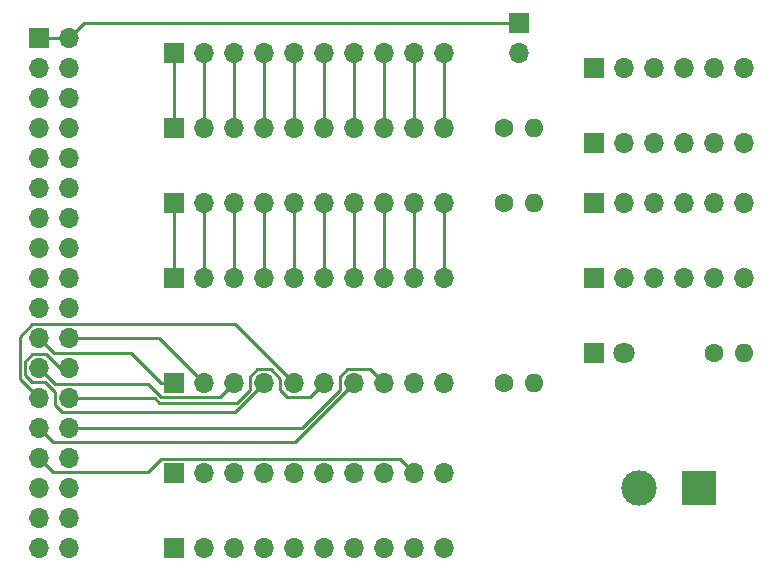
<source format=gbr>
G04 #@! TF.GenerationSoftware,KiCad,Pcbnew,(5.1.2-1)-1*
G04 #@! TF.CreationDate,2019-07-04T15:27:09+10:00*
G04 #@! TF.ProjectId,pcb_combined,7063625f-636f-46d6-9269-6e65642e6b69,rev?*
G04 #@! TF.SameCoordinates,Original*
G04 #@! TF.FileFunction,Copper,L2,Bot*
G04 #@! TF.FilePolarity,Positive*
%FSLAX46Y46*%
G04 Gerber Fmt 4.6, Leading zero omitted, Abs format (unit mm)*
G04 Created by KiCad (PCBNEW (5.1.2-1)-1) date 2019-07-04 15:27:09*
%MOMM*%
%LPD*%
G04 APERTURE LIST*
%ADD10O,1.700000X1.700000*%
%ADD11R,1.700000X1.700000*%
%ADD12O,1.600000X1.600000*%
%ADD13C,1.600000*%
%ADD14C,3.000000*%
%ADD15R,3.000000X3.000000*%
%ADD16C,1.800000*%
%ADD17R,1.800000X1.800000*%
%ADD18C,0.250000*%
G04 APERTURE END LIST*
D10*
X85090000Y-34290000D03*
D11*
X85090000Y-31750000D03*
D12*
X86360000Y-46990000D03*
D13*
X83820000Y-46990000D03*
D12*
X86360000Y-62230000D03*
D13*
X83820000Y-62230000D03*
D12*
X86360000Y-40640000D03*
D13*
X83820000Y-40640000D03*
D10*
X104140000Y-46990000D03*
X101600000Y-46990000D03*
X99060000Y-46990000D03*
X96520000Y-46990000D03*
X93980000Y-46990000D03*
D11*
X91440000Y-46990000D03*
D10*
X104140000Y-53340000D03*
X101600000Y-53340000D03*
X99060000Y-53340000D03*
X96520000Y-53340000D03*
X93980000Y-53340000D03*
D11*
X91440000Y-53340000D03*
D10*
X78740000Y-76200000D03*
X76200000Y-76200000D03*
X73660000Y-76200000D03*
X71120000Y-76200000D03*
X68580000Y-76200000D03*
X66040000Y-76200000D03*
X63500000Y-76200000D03*
X60960000Y-76200000D03*
X58420000Y-76200000D03*
D11*
X55880000Y-76200000D03*
D10*
X78740000Y-69850000D03*
X76200000Y-69850000D03*
X73660000Y-69850000D03*
X71120000Y-69850000D03*
X68580000Y-69850000D03*
X66040000Y-69850000D03*
X63500000Y-69850000D03*
X60960000Y-69850000D03*
X58420000Y-69850000D03*
D11*
X55880000Y-69850000D03*
D10*
X78740000Y-53340000D03*
X76200000Y-53340000D03*
X73660000Y-53340000D03*
X71120000Y-53340000D03*
X68580000Y-53340000D03*
X66040000Y-53340000D03*
X63500000Y-53340000D03*
X60960000Y-53340000D03*
X58420000Y-53340000D03*
D11*
X55880000Y-53340000D03*
D10*
X78740000Y-40640000D03*
X76200000Y-40640000D03*
X73660000Y-40640000D03*
X71120000Y-40640000D03*
X68580000Y-40640000D03*
X66040000Y-40640000D03*
X63500000Y-40640000D03*
X60960000Y-40640000D03*
X58420000Y-40640000D03*
D11*
X55880000Y-40640000D03*
D14*
X95250000Y-71120000D03*
D15*
X100330000Y-71120000D03*
D12*
X104140000Y-59690000D03*
D13*
X101600000Y-59690000D03*
D10*
X104140000Y-41910000D03*
X101600000Y-41910000D03*
X99060000Y-41910000D03*
X96520000Y-41910000D03*
X93980000Y-41910000D03*
D11*
X91440000Y-41910000D03*
D10*
X104140000Y-35560000D03*
X101600000Y-35560000D03*
X99060000Y-35560000D03*
X96520000Y-35560000D03*
X93980000Y-35560000D03*
D11*
X91440000Y-35560000D03*
D10*
X78740000Y-46990000D03*
X76200000Y-46990000D03*
X73660000Y-46990000D03*
X71120000Y-46990000D03*
X68580000Y-46990000D03*
X66040000Y-46990000D03*
X63500000Y-46990000D03*
X60960000Y-46990000D03*
X58420000Y-46990000D03*
D11*
X55880000Y-46990000D03*
D10*
X78740000Y-62230000D03*
X76200000Y-62230000D03*
X73660000Y-62230000D03*
X71120000Y-62230000D03*
X68580000Y-62230000D03*
X66040000Y-62230000D03*
X63500000Y-62230000D03*
X60960000Y-62230000D03*
X58420000Y-62230000D03*
D11*
X55880000Y-62230000D03*
D10*
X46990000Y-76200000D03*
X44450000Y-76200000D03*
X46990000Y-73660000D03*
X44450000Y-73660000D03*
X46990000Y-71120000D03*
X44450000Y-71120000D03*
X46990000Y-68580000D03*
X44450000Y-68580000D03*
X46990000Y-66040000D03*
X44450000Y-66040000D03*
X46990000Y-63500000D03*
X44450000Y-63500000D03*
X46990000Y-60960000D03*
X44450000Y-60960000D03*
X46990000Y-58420000D03*
X44450000Y-58420000D03*
X46990000Y-55880000D03*
X44450000Y-55880000D03*
X46990000Y-53340000D03*
X44450000Y-53340000D03*
X46990000Y-50800000D03*
X44450000Y-50800000D03*
X46990000Y-48260000D03*
X44450000Y-48260000D03*
X46990000Y-45720000D03*
X44450000Y-45720000D03*
X46990000Y-43180000D03*
X44450000Y-43180000D03*
X46990000Y-40640000D03*
X44450000Y-40640000D03*
X46990000Y-38100000D03*
X44450000Y-38100000D03*
X46990000Y-35560000D03*
X44450000Y-35560000D03*
X46990000Y-33020000D03*
D11*
X44450000Y-33020000D03*
D10*
X78740000Y-34290000D03*
X76200000Y-34290000D03*
X73660000Y-34290000D03*
X71120000Y-34290000D03*
X68580000Y-34290000D03*
X66040000Y-34290000D03*
X63500000Y-34290000D03*
X60960000Y-34290000D03*
X58420000Y-34290000D03*
D11*
X55880000Y-34290000D03*
D16*
X93980000Y-59690000D03*
D17*
X91440000Y-59690000D03*
D18*
X78740000Y-34290000D02*
X78740000Y-40640000D01*
X73660000Y-34290000D02*
X73660000Y-40640000D01*
X71120000Y-34290000D02*
X71120000Y-40640000D01*
X68580000Y-34290000D02*
X68580000Y-40640000D01*
X66040000Y-34290000D02*
X66040000Y-40640000D01*
X63500000Y-34290000D02*
X63500000Y-40640000D01*
X60960000Y-34290000D02*
X60960000Y-40640000D01*
X58420000Y-34290000D02*
X58420000Y-40640000D01*
X55880000Y-34290000D02*
X55880000Y-40640000D01*
X48260000Y-31750000D02*
X46990000Y-33020000D01*
X85090000Y-31750000D02*
X48260000Y-31750000D01*
X46990000Y-33020000D02*
X44450000Y-33020000D01*
X75350001Y-69000001D02*
X76200000Y-69850000D01*
X75024999Y-68674999D02*
X75350001Y-69000001D01*
X54769999Y-68674999D02*
X75024999Y-68674999D01*
X53689997Y-69755001D02*
X54769999Y-68674999D01*
X45625001Y-69755001D02*
X53689997Y-69755001D01*
X44450000Y-68580000D02*
X45625001Y-69755001D01*
X70555999Y-61054999D02*
X72484999Y-61054999D01*
X69944999Y-61665999D02*
X70555999Y-61054999D01*
X69944999Y-62768591D02*
X69944999Y-61665999D01*
X72810001Y-61380001D02*
X73660000Y-62230000D01*
X72484999Y-61054999D02*
X72810001Y-61380001D01*
X66673590Y-66040000D02*
X69944999Y-62768591D01*
X46990000Y-66040000D02*
X66673590Y-66040000D01*
X70270001Y-63079999D02*
X71120000Y-62230000D01*
X66134999Y-67215001D02*
X70270001Y-63079999D01*
X45625001Y-67215001D02*
X66134999Y-67215001D01*
X44450000Y-66040000D02*
X45625001Y-67215001D01*
X67730001Y-63079999D02*
X68580000Y-62230000D01*
X65475999Y-63405001D02*
X67404999Y-63405001D01*
X64864999Y-62794001D02*
X65475999Y-63405001D01*
X64864999Y-61855997D02*
X64864999Y-62794001D01*
X64064001Y-61054999D02*
X64864999Y-61855997D01*
X62935999Y-61054999D02*
X64064001Y-61054999D01*
X62324999Y-62768591D02*
X62324999Y-61665999D01*
X62324999Y-61665999D02*
X62935999Y-61054999D01*
X61238579Y-63855011D02*
X62324999Y-62768591D01*
X67404999Y-63405001D02*
X67730001Y-63079999D01*
X54583599Y-63855011D02*
X61238579Y-63855011D01*
X54228588Y-63500000D02*
X54583599Y-63855011D01*
X46990000Y-63500000D02*
X54228588Y-63500000D01*
X65190001Y-61380001D02*
X66040000Y-62230000D01*
X61054999Y-57244999D02*
X65190001Y-61380001D01*
X43885999Y-57244999D02*
X61054999Y-57244999D01*
X42824990Y-58306008D02*
X43885999Y-57244999D01*
X42824990Y-61874990D02*
X42824990Y-58306008D01*
X44450000Y-63500000D02*
X42824990Y-61874990D01*
X62650001Y-63079999D02*
X63500000Y-62230000D01*
X61054999Y-64675001D02*
X62650001Y-63079999D01*
X46425999Y-64675001D02*
X61054999Y-64675001D01*
X45814999Y-64064001D02*
X46425999Y-64675001D01*
X45814999Y-62961409D02*
X45814999Y-64064001D01*
X44988591Y-62135001D02*
X45814999Y-62961409D01*
X43885999Y-62135001D02*
X44988591Y-62135001D01*
X43274999Y-61524001D02*
X43885999Y-62135001D01*
X43274999Y-60395999D02*
X43274999Y-61524001D01*
X43885999Y-59784999D02*
X43274999Y-60395999D01*
X45014001Y-59784999D02*
X43885999Y-59784999D01*
X46189002Y-60960000D02*
X45014001Y-59784999D01*
X46990000Y-60960000D02*
X46189002Y-60960000D01*
X60110001Y-63079999D02*
X60960000Y-62230000D01*
X59784999Y-63405001D02*
X60110001Y-63079999D01*
X54769999Y-63405001D02*
X59784999Y-63405001D01*
X53689997Y-62324999D02*
X54769999Y-63405001D01*
X45814999Y-62324999D02*
X53689997Y-62324999D01*
X44450000Y-60960000D02*
X45814999Y-62324999D01*
X54610000Y-58420000D02*
X58420000Y-62230000D01*
X46990000Y-58420000D02*
X54610000Y-58420000D01*
X54780000Y-62230000D02*
X55880000Y-62230000D01*
X45720000Y-59690000D02*
X52240000Y-59690000D01*
X52240000Y-59690000D02*
X54780000Y-62230000D01*
X44450000Y-58420000D02*
X45720000Y-59690000D01*
X76200000Y-46990000D02*
X76200000Y-53340000D01*
X73660000Y-46990000D02*
X73660000Y-53340000D01*
X71120000Y-46990000D02*
X71120000Y-53340000D01*
X68580000Y-46990000D02*
X68580000Y-53340000D01*
X66040000Y-46990000D02*
X66040000Y-53340000D01*
X63500000Y-46990000D02*
X63500000Y-53340000D01*
X60960000Y-46990000D02*
X60960000Y-53340000D01*
X58420000Y-46990000D02*
X58420000Y-53340000D01*
X55880000Y-46990000D02*
X55880000Y-53340000D01*
X76200000Y-34290000D02*
X76200000Y-40640000D01*
X78740000Y-53340000D02*
X78740000Y-50800000D01*
X78740000Y-46990000D02*
X78740000Y-50800000D01*
M02*

</source>
